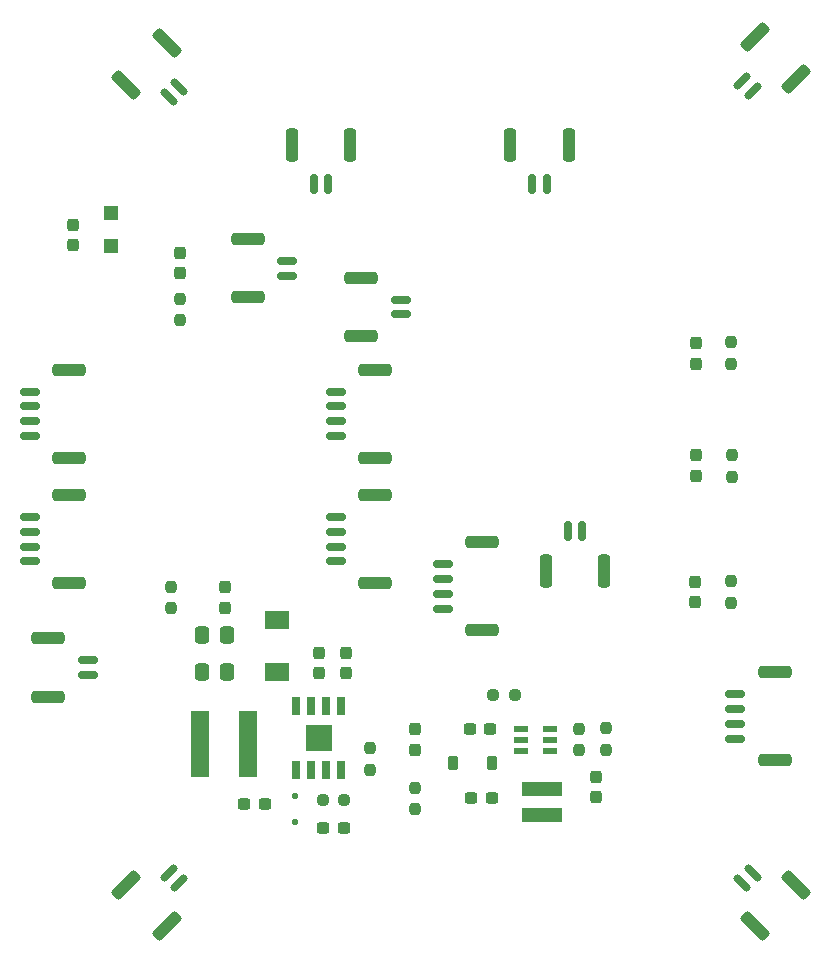
<source format=gtp>
%TF.GenerationSoftware,KiCad,Pcbnew,7.0.1*%
%TF.CreationDate,2024-03-23T22:37:20-05:00*%
%TF.ProjectId,Chassis,43686173-7369-4732-9e6b-696361645f70,rev?*%
%TF.SameCoordinates,Original*%
%TF.FileFunction,Paste,Top*%
%TF.FilePolarity,Positive*%
%FSLAX46Y46*%
G04 Gerber Fmt 4.6, Leading zero omitted, Abs format (unit mm)*
G04 Created by KiCad (PCBNEW 7.0.1) date 2024-03-23 22:37:20*
%MOMM*%
%LPD*%
G01*
G04 APERTURE LIST*
G04 Aperture macros list*
%AMRoundRect*
0 Rectangle with rounded corners*
0 $1 Rounding radius*
0 $2 $3 $4 $5 $6 $7 $8 $9 X,Y pos of 4 corners*
0 Add a 4 corners polygon primitive as box body*
4,1,4,$2,$3,$4,$5,$6,$7,$8,$9,$2,$3,0*
0 Add four circle primitives for the rounded corners*
1,1,$1+$1,$2,$3*
1,1,$1+$1,$4,$5*
1,1,$1+$1,$6,$7*
1,1,$1+$1,$8,$9*
0 Add four rect primitives between the rounded corners*
20,1,$1+$1,$2,$3,$4,$5,0*
20,1,$1+$1,$4,$5,$6,$7,0*
20,1,$1+$1,$6,$7,$8,$9,0*
20,1,$1+$1,$8,$9,$2,$3,0*%
G04 Aperture macros list end*
%ADD10RoundRect,0.150000X0.700000X-0.150000X0.700000X0.150000X-0.700000X0.150000X-0.700000X-0.150000X0*%
%ADD11RoundRect,0.250000X1.150000X-0.250000X1.150000X0.250000X-1.150000X0.250000X-1.150000X-0.250000X0*%
%ADD12RoundRect,0.150000X-0.700000X0.150000X-0.700000X-0.150000X0.700000X-0.150000X0.700000X0.150000X0*%
%ADD13RoundRect,0.250000X-1.150000X0.250000X-1.150000X-0.250000X1.150000X-0.250000X1.150000X0.250000X0*%
%ADD14RoundRect,0.237500X0.237500X-0.287500X0.237500X0.287500X-0.237500X0.287500X-0.237500X-0.287500X0*%
%ADD15RoundRect,0.237500X0.237500X-0.250000X0.237500X0.250000X-0.237500X0.250000X-0.237500X-0.250000X0*%
%ADD16RoundRect,0.237500X-0.250000X-0.237500X0.250000X-0.237500X0.250000X0.237500X-0.250000X0.237500X0*%
%ADD17RoundRect,0.225000X0.225000X0.375000X-0.225000X0.375000X-0.225000X-0.375000X0.225000X-0.375000X0*%
%ADD18RoundRect,0.125000X-0.125000X0.125000X-0.125000X-0.125000X0.125000X-0.125000X0.125000X0.125000X0*%
%ADD19RoundRect,0.237500X-0.237500X0.287500X-0.237500X-0.287500X0.237500X-0.287500X0.237500X0.287500X0*%
%ADD20RoundRect,0.237500X-0.300000X-0.237500X0.300000X-0.237500X0.300000X0.237500X-0.300000X0.237500X0*%
%ADD21RoundRect,0.237500X0.300000X0.237500X-0.300000X0.237500X-0.300000X-0.237500X0.300000X-0.237500X0*%
%ADD22RoundRect,0.150000X0.388909X-0.601041X0.601041X-0.388909X-0.388909X0.601041X-0.601041X0.388909X0*%
%ADD23RoundRect,0.250000X0.636396X-0.989949X0.989949X-0.636396X-0.636396X0.989949X-0.989949X0.636396X0*%
%ADD24RoundRect,0.150000X-0.150000X-0.700000X0.150000X-0.700000X0.150000X0.700000X-0.150000X0.700000X0*%
%ADD25RoundRect,0.250000X-0.250000X-1.150000X0.250000X-1.150000X0.250000X1.150000X-0.250000X1.150000X0*%
%ADD26RoundRect,0.237500X-0.237500X0.250000X-0.237500X-0.250000X0.237500X-0.250000X0.237500X0.250000X0*%
%ADD27RoundRect,0.237500X-0.237500X0.300000X-0.237500X-0.300000X0.237500X-0.300000X0.237500X0.300000X0*%
%ADD28R,1.200000X1.200000*%
%ADD29R,0.700000X1.522000*%
%ADD30R,2.300000X2.300000*%
%ADD31RoundRect,0.150000X0.601041X0.388909X0.388909X0.601041X-0.601041X-0.388909X-0.388909X-0.601041X0*%
%ADD32RoundRect,0.250000X0.989949X0.636396X0.636396X0.989949X-0.989949X-0.636396X-0.636396X-0.989949X0*%
%ADD33RoundRect,0.150000X-0.601041X-0.388909X-0.388909X-0.601041X0.601041X0.388909X0.388909X0.601041X0*%
%ADD34RoundRect,0.250000X-0.989949X-0.636396X-0.636396X-0.989949X0.989949X0.636396X0.636396X0.989949X0*%
%ADD35RoundRect,0.150000X0.150000X0.700000X-0.150000X0.700000X-0.150000X-0.700000X0.150000X-0.700000X0*%
%ADD36RoundRect,0.250000X0.250000X1.150000X-0.250000X1.150000X-0.250000X-1.150000X0.250000X-1.150000X0*%
%ADD37R,1.550000X5.600000*%
%ADD38RoundRect,0.250000X-0.337500X-0.475000X0.337500X-0.475000X0.337500X0.475000X-0.337500X0.475000X0*%
%ADD39R,1.250000X0.600000*%
%ADD40R,2.140000X1.490000*%
%ADD41RoundRect,0.237500X0.237500X-0.300000X0.237500X0.300000X-0.237500X0.300000X-0.237500X-0.300000X0*%
%ADD42RoundRect,0.237500X0.250000X0.237500X-0.250000X0.237500X-0.250000X-0.237500X0.250000X-0.237500X0*%
%ADD43R,3.500000X1.300000*%
%ADD44RoundRect,0.150000X-0.388909X0.601041X-0.601041X0.388909X0.388909X-0.601041X0.601041X-0.388909X0*%
%ADD45RoundRect,0.250000X-0.636396X0.989949X-0.989949X0.636396X0.636396X-0.989949X0.989949X-0.636396X0*%
G04 APERTURE END LIST*
D10*
X56750000Y-81750000D03*
X56750000Y-80500000D03*
D11*
X53400000Y-83600000D03*
X53400000Y-78650000D03*
D12*
X51850000Y-57750000D03*
X51850000Y-59000000D03*
X51850000Y-60250000D03*
X51850000Y-61500000D03*
D13*
X55200000Y-55900000D03*
X55200000Y-63350000D03*
D10*
X83250000Y-51225000D03*
X83250000Y-49975000D03*
D11*
X79900000Y-53075000D03*
X79900000Y-48125000D03*
D14*
X68400000Y-76075000D03*
X68400000Y-74325000D03*
D15*
X63800000Y-76112500D03*
X63800000Y-74287500D03*
X84500000Y-93112500D03*
X84500000Y-91287500D03*
D16*
X76663500Y-92295000D03*
X78488500Y-92295000D03*
D17*
X90987200Y-89224400D03*
X87687200Y-89224400D03*
D18*
X74274000Y-91957000D03*
X74274000Y-94157000D03*
D19*
X64600000Y-45987999D03*
X64600000Y-47737999D03*
D15*
X111250000Y-55412500D03*
X111250000Y-53587500D03*
X111300000Y-64957500D03*
X111300000Y-63132500D03*
D20*
X76713501Y-94707999D03*
X78438501Y-94707999D03*
D21*
X71734000Y-92676000D03*
X70009000Y-92676000D03*
D22*
X63636768Y-32820800D03*
X64520652Y-31936916D03*
D23*
X59959813Y-31760140D03*
X63459992Y-28259961D03*
D24*
X94375000Y-40200000D03*
X95625000Y-40200000D03*
D25*
X92525000Y-36850000D03*
X97475000Y-36850000D03*
D26*
X64600000Y-49887500D03*
X64600000Y-51712500D03*
D19*
X84500000Y-86325000D03*
X84500000Y-88075000D03*
D27*
X99750000Y-90387500D03*
X99750000Y-92112500D03*
D28*
X58750000Y-42600000D03*
X58750000Y-45400000D03*
D14*
X55500000Y-45375000D03*
X55500000Y-43625000D03*
D26*
X100639200Y-86256400D03*
X100639200Y-88081400D03*
D29*
X74401000Y-89801999D03*
X75671000Y-89801999D03*
X76941000Y-89801999D03*
X78211000Y-89801999D03*
X78211000Y-84373999D03*
X76941000Y-84373999D03*
X75671000Y-84373999D03*
X74401000Y-84373999D03*
D30*
X76306000Y-87087999D03*
D31*
X64520652Y-99354936D03*
X63636768Y-98471052D03*
D32*
X63459992Y-103031891D03*
X59959813Y-99531712D03*
D15*
X111200000Y-75625000D03*
X111200000Y-73800000D03*
D33*
X112173348Y-31445064D03*
X113057232Y-32328948D03*
D34*
X113234008Y-27768109D03*
X116734187Y-31268288D03*
D35*
X98625000Y-69550000D03*
X97375000Y-69550000D03*
D36*
X100475000Y-72900000D03*
X95525000Y-72900000D03*
D12*
X111550000Y-83375000D03*
X111550000Y-84625000D03*
X111550000Y-85875000D03*
X111550000Y-87125000D03*
D13*
X114900000Y-81525000D03*
X114900000Y-88975000D03*
D37*
X70337000Y-87596000D03*
X66287000Y-87596000D03*
D21*
X90833700Y-86278000D03*
X89108700Y-86278000D03*
D24*
X75875000Y-40200000D03*
X77125000Y-40200000D03*
D25*
X74025000Y-36850000D03*
X78975000Y-36850000D03*
D38*
X66462500Y-78362999D03*
X68537500Y-78362999D03*
D39*
X95900200Y-88208400D03*
X95900200Y-87258400D03*
X95900200Y-86308400D03*
X93400200Y-86308400D03*
X93400200Y-87258400D03*
X93400200Y-88208400D03*
D40*
X72750000Y-81500000D03*
X72750000Y-77050000D03*
D14*
X108250000Y-64875000D03*
X108250000Y-63125000D03*
D10*
X73650000Y-47925000D03*
X73650000Y-46675000D03*
D11*
X70300000Y-49775000D03*
X70300000Y-44825000D03*
D12*
X77750000Y-68375000D03*
X77750000Y-69625000D03*
X77750000Y-70875000D03*
X77750000Y-72125000D03*
D13*
X81100000Y-66525000D03*
X81100000Y-73975000D03*
D41*
X78592000Y-81600499D03*
X78592000Y-79875499D03*
D12*
X77750000Y-57750000D03*
X77750000Y-59000000D03*
X77750000Y-60250000D03*
X77750000Y-61500000D03*
D13*
X81100000Y-55900000D03*
X81100000Y-63350000D03*
D41*
X76306000Y-81600499D03*
X76306000Y-79875499D03*
D21*
X90960700Y-92145400D03*
X89235700Y-92145400D03*
D38*
X66462500Y-81500000D03*
X68537500Y-81500000D03*
D26*
X98353200Y-86279900D03*
X98353200Y-88104900D03*
D12*
X51850000Y-68375000D03*
X51850000Y-69625000D03*
X51850000Y-70875000D03*
X51850000Y-72125000D03*
D13*
X55200000Y-66525000D03*
X55200000Y-73975000D03*
D14*
X108200001Y-75587500D03*
X108200001Y-73837500D03*
D12*
X86800000Y-72375000D03*
X86800000Y-73625000D03*
X86800000Y-74875000D03*
X86800000Y-76125000D03*
D13*
X90150000Y-70525000D03*
X90150000Y-77975000D03*
D14*
X108250000Y-55375000D03*
X108250000Y-53625000D03*
D42*
X92912500Y-83400000D03*
X91087500Y-83400000D03*
D43*
X95250000Y-91400000D03*
X95250000Y-93600000D03*
D44*
X113057232Y-98471052D03*
X112173348Y-99354936D03*
D45*
X116734187Y-99531712D03*
X113234008Y-103031891D03*
D15*
X80624000Y-89778499D03*
X80624000Y-87953499D03*
M02*

</source>
